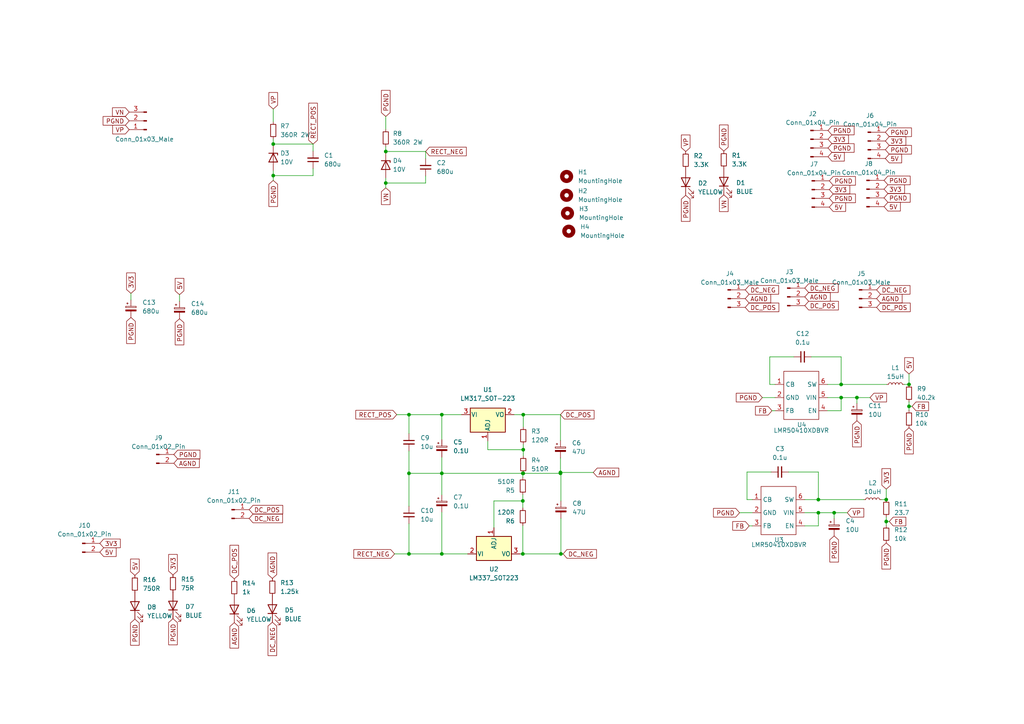
<source format=kicad_sch>
(kicad_sch (version 20230121) (generator eeschema)
  (paper "A4")
  (lib_symbols
    (symbol "Components:LMR50410"
      (property "Reference" "U" (at 0 0 0))
      (symbol "LMR50410_0_1"
        (rectangle (start -5.08 16.51) (end 5.08 2.54))
      )
      (symbol "LMR50410_1_1"
        (pin input line (at -7.62 12.7 0) (length 2.54) (name "CB") (number "1"))
        (pin input line (at -7.62 8.89 0) (length 2.54) (name "GND") (number "2"))
        (pin input line (at -7.62 5.08 0) (length 2.54) (name "FB") (number "3"))
        (pin input line (at 7.62 5.08 180) (length 2.54) (name "EN") (number "4"))
        (pin input line (at 7.62 8.89 180) (length 2.54) (name "VIN") (number "5"))
        (pin input line (at 7.62 12.7 180) (length 2.54) (name "SW") (number "6"))
      )
    )
    (symbol "Connector:Conn_01x02_Pin" (pin_names (offset 1.016) hide)
      (property "Reference" "J" (at 0 2.54 0))
      (property "Value" "Conn_01x02_Pin" (at 0 -5.08 0))
      (symbol "Conn_01x02_Pin_1_1"
        (polyline (pts (xy 1.27 -2.54) (xy 0.8636 -2.54)) (stroke (width 0.1524)))
        (polyline (pts (xy 1.27 0) (xy 0.8636 0)) (stroke (width 0.1524)))
        (rectangle (start 0.8636 -2.413) (end 0 -2.667) (stroke (width 0.1524)) (fill (type outline)))
        (rectangle (start 0.8636 0.127) (end 0 -0.127) (stroke (width 0.1524)) (fill (type outline)))
        (pin passive line (at 5.08 0 180) (length 3.81) (name "Pin_1") (number "1"))
        (pin passive line (at 5.08 -2.54 180) (length 3.81) (name "Pin_2") (number "2"))
      )
    )
    (symbol "Connector:Conn_01x03_Male" (pin_names (offset 1.016) hide)
      (property "Reference" "J" (at 0 5.08 0))
      (property "Value" "Conn_01x03_Male" (at 0 -5.08 0))
      (symbol "Conn_01x03_Male_1_1"
        (polyline (pts (xy 1.27 -2.54) (xy 0.8636 -2.54)) (stroke (width 0.1524)))
        (polyline (pts (xy 1.27 0) (xy 0.8636 0)) (stroke (width 0.1524)))
        (polyline (pts (xy 1.27 2.54) (xy 0.8636 2.54)) (stroke (width 0.1524)))
        (rectangle (start 0.8636 -2.413) (end 0 -2.667) (stroke (width 0.1524)) (fill (type outline)))
        (rectangle (start 0.8636 0.127) (end 0 -0.127) (stroke (width 0.1524)) (fill (type outline)))
        (rectangle (start 0.8636 2.667) (end 0 2.413) (stroke (width 0.1524)) (fill (type outline)))
        (pin passive line (at 5.08 2.54 180) (length 3.81) (name "Pin_1") (number "1"))
        (pin passive line (at 5.08 0 180) (length 3.81) (name "Pin_2") (number "2"))
        (pin passive line (at 5.08 -2.54 180) (length 3.81) (name "Pin_3") (number "3"))
      )
    )
    (symbol "Connector:Conn_01x04_Pin" (pin_names (offset 1.016) hide)
      (property "Reference" "J" (at 0 5.08 0))
      (property "Value" "Conn_01x04_Pin" (at 0 -7.62 0))
      (symbol "Conn_01x04_Pin_1_1"
        (polyline (pts (xy 1.27 -5.08) (xy 0.8636 -5.08)) (stroke (width 0.1524)))
        (polyline (pts (xy 1.27 -2.54) (xy 0.8636 -2.54)) (stroke (width 0.1524)))
        (polyline (pts (xy 1.27 0) (xy 0.8636 0)) (stroke (width 0.1524)))
        (polyline (pts (xy 1.27 2.54) (xy 0.8636 2.54)) (stroke (width 0.1524)))
        (rectangle (start 0.8636 -4.953) (end 0 -5.207) (stroke (width 0.1524)) (fill (type outline)))
        (rectangle (start 0.8636 -2.413) (end 0 -2.667) (stroke (width 0.1524)) (fill (type outline)))
        (rectangle (start 0.8636 0.127) (end 0 -0.127) (stroke (width 0.1524)) (fill (type outline)))
        (rectangle (start 0.8636 2.667) (end 0 2.413) (stroke (width 0.1524)) (fill (type outline)))
        (pin passive line (at 5.08 2.54 180) (length 3.81) (name "Pin_1") (number "1"))
        (pin passive line (at 5.08 0 180) (length 3.81) (name "Pin_2") (number "2"))
        (pin passive line (at 5.08 -2.54 180) (length 3.81) (name "Pin_3") (number "3"))
        (pin passive line (at 5.08 -5.08 180) (length 3.81) (name "Pin_4") (number "4"))
      )
    )
    (symbol "Device:C_Polarized_Small" (pin_numbers hide) (pin_names (offset 0.254) hide)
      (property "Reference" "C" (at 0.254 1.778 0))
      (property "Value" "C_Polarized_Small" (at 0.254 -2.032 0))
      (symbol "C_Polarized_Small_0_1"
        (rectangle (start -1.524 -0.3048) (end 1.524 -0.6858) (fill (type outline)))
        (rectangle (start -1.524 0.6858) (end 1.524 0.3048))
        (polyline (pts (xy -1.27 1.524) (xy -0.762 1.524)))
        (polyline (pts (xy -1.016 1.27) (xy -1.016 1.778)))
      )
      (symbol "C_Polarized_Small_1_1"
        (pin passive line (at 0 2.54 270) (length 1.8542) (name "~") (number "1"))
        (pin passive line (at 0 -2.54 90) (length 1.8542) (name "~") (number "2"))
      )
    )
    (symbol "Device:C_Small" (pin_numbers hide) (pin_names (offset 0.254) hide)
      (property "Reference" "C" (at 0.254 1.778 0))
      (property "Value" "C_Small" (at 0.254 -2.032 0))
      (symbol "C_Small_0_1"
        (polyline (pts (xy -1.524 -0.508) (xy 1.524 -0.508)) (stroke (width 0.3302)))
        (polyline (pts (xy -1.524 0.508) (xy 1.524 0.508)) (stroke (width 0.3048)))
      )
      (symbol "C_Small_1_1"
        (pin passive line (at 0 2.54 270) (length 2.032) (name "~") (number "1"))
        (pin passive line (at 0 -2.54 90) (length 2.032) (name "~") (number "2"))
      )
    )
    (symbol "Device:D_Zener" (pin_numbers hide) (pin_names (offset 1.016) hide)
      (property "Reference" "D" (at 0 2.54 0))
      (property "Value" "D_Zener" (at 0 -2.54 0))
      (symbol "D_Zener_0_1"
        (polyline (pts (xy 1.27 0) (xy -1.27 0)))
        (polyline (pts (xy -1.27 -1.27) (xy -1.27 1.27) (xy -0.762 1.27)) (stroke (width 0.254)))
        (polyline (pts (xy 1.27 -1.27) (xy 1.27 1.27) (xy -1.27 0) (xy 1.27 -1.27)) (stroke (width 0.254)))
      )
      (symbol "D_Zener_1_1"
        (pin passive line (at -3.81 0 0) (length 2.54) (name "K") (number "1"))
        (pin passive line (at 3.81 0 180) (length 2.54) (name "A") (number "2"))
      )
    )
    (symbol "Device:LED" (pin_numbers hide) (pin_names (offset 1.016) hide)
      (property "Reference" "D" (at 0 2.54 0))
      (property "Value" "LED" (at 0 -2.54 0))
      (symbol "LED_0_1"
        (polyline (pts (xy -1.27 -1.27) (xy -1.27 1.27)) (stroke (width 0.254)))
        (polyline (pts (xy -1.27 0) (xy 1.27 0)))
        (polyline (pts (xy 1.27 -1.27) (xy 1.27 1.27) (xy -1.27 0) (xy 1.27 -1.27)) (stroke (width 0.254)))
        (polyline (pts (xy -3.048 -0.762) (xy -4.572 -2.286) (xy -3.81 -2.286) (xy -4.572 -2.286) (xy -4.572 -1.524)))
        (polyline (pts (xy -1.778 -0.762) (xy -3.302 -2.286) (xy -2.54 -2.286) (xy -3.302 -2.286) (xy -3.302 -1.524)))
      )
      (symbol "LED_1_1"
        (pin passive line (at -3.81 0 0) (length 2.54) (name "K") (number "1"))
        (pin passive line (at 3.81 0 180) (length 2.54) (name "A") (number "2"))
      )
    )
    (symbol "Device:L_Small" (pin_numbers hide) (pin_names (offset 0.254) hide)
      (property "Reference" "L" (at 0.762 1.016 0))
      (property "Value" "L_Small" (at 0.762 -1.016 0))
      (symbol "L_Small_0_1"
        (arc (start 0 -2.032) (mid 0.5058 -1.524) (end 0 -1.016))
        (arc (start 0 -1.016) (mid 0.5058 -0.508) (end 0 0))
        (arc (start 0 0) (mid 0.5058 0.508) (end 0 1.016))
        (arc (start 0 1.016) (mid 0.5058 1.524) (end 0 2.032))
      )
      (symbol "L_Small_1_1"
        (pin passive line (at 0 2.54 270) (length 0.508) (name "~") (number "1"))
        (pin passive line (at 0 -2.54 90) (length 0.508) (name "~") (number "2"))
      )
    )
    (symbol "Device:R_Small" (pin_numbers hide) (pin_names (offset 0.254) hide)
      (property "Reference" "R" (at 0.762 0.508 0))
      (property "Value" "R_Small" (at 0.762 -1.016 0))
      (symbol "R_Small_0_1"
        (rectangle (start -0.762 1.778) (end 0.762 -1.778) (stroke (width 0.2032)))
      )
      (symbol "R_Small_1_1"
        (pin passive line (at 0 2.54 270) (length 0.762) (name "~") (number "1"))
        (pin passive line (at 0 -2.54 90) (length 0.762) (name "~") (number "2"))
      )
    )
    (symbol "Mechanical:MountingHole" (pin_names (offset 1.016))
      (property "Reference" "H" (at 0 5.08 0))
      (property "Value" "MountingHole" (at 0 3.175 0))
      (symbol "MountingHole_0_1"
        (circle (center 0 0) (radius 1.27) (stroke (width 1.27)))
      )
    )
    (symbol "Regulator_Linear:LM317_SOT-223" (pin_names (offset 0.254))
      (property "Reference" "U" (at -3.81 3.175 0))
      (property "Value" "LM317_SOT-223" (at 0 3.175 0))
      (symbol "LM317_SOT-223_0_1"
        (rectangle (start -5.08 1.905) (end 5.08 -5.08) (stroke (width 0.254)) (fill (type background)))
      )
      (symbol "LM317_SOT-223_1_1"
        (pin input line (at 0 -7.62 90) (length 2.54) (name "ADJ") (number "1"))
        (pin power_out line (at 7.62 0 180) (length 2.54) (name "VO") (number "2"))
        (pin power_in line (at -7.62 0 0) (length 2.54) (name "VI") (number "3"))
      )
    )
    (symbol "Regulator_Linear:LM337_SOT223" (pin_names (offset 0.254))
      (property "Reference" "U" (at -3.81 -3.175 0))
      (property "Value" "LM337_SOT223" (at 0 -3.175 0))
      (symbol "LM337_SOT223_0_1"
        (rectangle (start -5.08 5.08) (end 5.08 -1.905) (stroke (width 0.254)) (fill (type background)))
      )
      (symbol "LM337_SOT223_1_1"
        (pin input line (at 0 7.62 270) (length 2.54) (name "ADJ") (number "1"))
        (pin power_in line (at -7.62 0 0) (length 2.54) (name "VI") (number "2"))
        (pin power_out line (at 7.62 0 180) (length 2.54) (name "VO") (number "3"))
      )
    )
  )
  (junction (at 118.618 160.655))
  (junction (at 111.887 53.086))
  (junction (at 237.363 148.717))
  (junction (at 151.765 130.429))
  (junction (at 257.048 144.907))
  (junction (at 151.638 145.288))
  (junction (at 263.652 111.506))
  (junction (at 257.048 151.257))
  (junction (at 151.765 120.269))
  (junction (at 151.638 137.287))
  (junction (at 128.143 120.269))
  (junction (at 243.967 115.316))
  (junction (at 241.935 148.717))
  (junction (at 162.56 137.287))
  (junction (at 243.967 111.506))
  (junction (at 128.143 160.655))
  (junction (at 237.363 144.907))
  (junction (at 118.618 120.269))
  (junction (at 263.652 117.856))
  (junction (at 151.638 160.655))
  (junction (at 162.687 160.655))
  (junction (at 162.56 137.033))
  (junction (at 79.248 41.783))
  (junction (at 128.143 137.287))
  (junction (at 111.887 43.942))
  (junction (at 248.539 115.316))
  (junction (at 118.618 137.287))
  (junction (at 151.765 137.287))
  (junction (at 79.248 50.927))
  (wire (pts (xy 217.297 152.527) (xy 218.186 152.527)))
  (wire (pts (xy 216.662 144.907) (xy 218.186 144.907)))
  (wire (pts (xy 111.887 44.069) (xy 111.887 43.942)))
  (wire (pts (xy 79.248 35.306) (xy 79.248 31.623)))
  (wire (pts (xy 263.652 118.999) (xy 263.652 117.856)))
  (wire (pts (xy 118.618 137.287) (xy 128.143 137.287)))
  (wire (pts (xy 240.03 115.316) (xy 243.967 115.316)))
  (wire (pts (xy 118.618 146.812) (xy 118.618 137.287)))
  (wire (pts (xy 223.266 103.505) (xy 223.266 111.506)))
  (wire (pts (xy 151.765 130.429) (xy 151.765 132.207)))
  (wire (pts (xy 241.935 148.717) (xy 245.745 148.717)))
  (wire (pts (xy 151.765 128.905) (xy 151.765 130.429)))
  (wire (pts (xy 118.618 160.655) (xy 128.143 160.655)))
  (wire (pts (xy 230.251 103.505) (xy 223.266 103.505)))
  (wire (pts (xy 243.967 119.126) (xy 243.967 115.316)))
  (wire (pts (xy 243.967 115.316) (xy 248.539 115.316)))
  (wire (pts (xy 237.363 136.906) (xy 237.363 144.907)))
  (wire (pts (xy 79.248 49.53) (xy 79.248 50.927)))
  (wire (pts (xy 79.248 50.927) (xy 79.248 52.324)))
  (wire (pts (xy 263.652 117.856) (xy 263.652 116.586)))
  (wire (pts (xy 37.973 85.09) (xy 37.973 86.995)))
  (wire (pts (xy 248.539 115.316) (xy 252.349 115.316)))
  (wire (pts (xy 162.687 160.655) (xy 163.322 160.655)))
  (wire (pts (xy 240.03 111.506) (xy 243.967 111.506)))
  (wire (pts (xy 223.901 119.126) (xy 224.79 119.126)))
  (wire (pts (xy 237.363 152.527) (xy 237.363 148.717)))
  (wire (pts (xy 248.539 116.967) (xy 248.539 115.316)))
  (wire (pts (xy 162.687 160.655) (xy 162.687 150.368)))
  (wire (pts (xy 237.363 148.717) (xy 241.935 148.717)))
  (wire (pts (xy 241.935 150.368) (xy 241.935 148.717)))
  (wire (pts (xy 151.638 152.4) (xy 151.638 160.655)))
  (wire (pts (xy 240.03 119.126) (xy 243.967 119.126)))
  (wire (pts (xy 79.248 41.91) (xy 79.248 41.783)))
  (wire (pts (xy 263.652 108.458) (xy 263.652 111.506)))
  (wire (pts (xy 233.426 152.527) (xy 237.363 152.527)))
  (wire (pts (xy 257.048 151.257) (xy 257.048 149.987)))
  (wire (pts (xy 128.143 160.655) (xy 135.636 160.655)))
  (wire (pts (xy 257.048 152.4) (xy 257.048 151.257)))
  (wire (pts (xy 162.56 127.762) (xy 162.56 120.269)))
  (wire (pts (xy 216.662 136.906) (xy 216.662 144.907)))
  (wire (pts (xy 141.478 127.889) (xy 141.478 130.429)))
  (wire (pts (xy 128.143 120.269) (xy 133.858 120.269)))
  (wire (pts (xy 118.618 151.892) (xy 118.618 160.655)))
  (wire (pts (xy 118.618 130.81) (xy 118.618 137.287)))
  (wire (pts (xy 143.256 145.288) (xy 151.638 145.288)))
  (wire (pts (xy 123.444 53.086) (xy 111.887 53.086)))
  (wire (pts (xy 128.143 127.508) (xy 128.143 120.269)))
  (wire (pts (xy 90.805 48.895) (xy 90.805 50.927)))
  (wire (pts (xy 162.56 132.842) (xy 162.56 137.033)))
  (wire (pts (xy 79.248 40.386) (xy 79.248 41.783)))
  (wire (pts (xy 111.887 53.086) (xy 111.887 54.483)))
  (wire (pts (xy 143.256 153.035) (xy 143.256 145.288)))
  (wire (pts (xy 151.765 137.287) (xy 162.56 137.287)))
  (wire (pts (xy 128.143 137.287) (xy 128.143 132.588)))
  (wire (pts (xy 151.765 120.269) (xy 151.765 123.825)))
  (wire (pts (xy 128.143 148.59) (xy 128.143 160.655)))
  (wire (pts (xy 90.805 41.783) (xy 79.248 41.783)))
  (wire (pts (xy 151.765 120.269) (xy 162.56 120.269)))
  (wire (pts (xy 111.887 42.545) (xy 111.887 43.942)))
  (wire (pts (xy 151.638 147.32) (xy 151.638 145.288)))
  (wire (pts (xy 151.638 160.655) (xy 162.687 160.655)))
  (wire (pts (xy 223.266 111.506) (xy 224.79 111.506)))
  (wire (pts (xy 223.647 136.906) (xy 216.662 136.906)))
  (wire (pts (xy 243.967 111.506) (xy 257.175 111.506)))
  (wire (pts (xy 243.967 103.505) (xy 243.967 111.506)))
  (wire (pts (xy 151.638 145.288) (xy 151.638 143.51)))
  (wire (pts (xy 115.062 120.269) (xy 118.618 120.269)))
  (wire (pts (xy 149.098 120.269) (xy 151.765 120.269)))
  (wire (pts (xy 221.107 115.316) (xy 224.79 115.316)))
  (wire (pts (xy 151.638 160.655) (xy 150.876 160.655)))
  (wire (pts (xy 162.56 137.033) (xy 162.56 137.287)))
  (wire (pts (xy 162.687 145.288) (xy 162.687 137.287)))
  (wire (pts (xy 257.048 141.859) (xy 257.048 144.907)))
  (wire (pts (xy 162.56 137.287) (xy 162.687 137.287)))
  (wire (pts (xy 123.444 45.974) (xy 123.444 43.942)))
  (wire (pts (xy 111.887 37.465) (xy 111.887 33.782)))
  (wire (pts (xy 118.618 125.73) (xy 118.618 120.269)))
  (wire (pts (xy 264.541 117.856) (xy 263.652 117.856)))
  (wire (pts (xy 123.444 51.054) (xy 123.444 53.086)))
  (wire (pts (xy 233.426 144.907) (xy 237.363 144.907)))
  (wire (pts (xy 214.503 148.717) (xy 218.186 148.717)))
  (wire (pts (xy 118.618 120.269) (xy 128.143 120.269)))
  (wire (pts (xy 257.048 144.907) (xy 255.651 144.907)))
  (wire (pts (xy 151.638 137.287) (xy 151.765 137.287)))
  (wire (pts (xy 141.478 130.429) (xy 151.765 130.429)))
  (wire (pts (xy 90.805 43.815) (xy 90.805 41.783)))
  (wire (pts (xy 263.652 111.506) (xy 262.255 111.506)))
  (wire (pts (xy 123.444 43.942) (xy 111.887 43.942)))
  (wire (pts (xy 235.331 103.505) (xy 243.967 103.505)))
  (wire (pts (xy 233.426 148.717) (xy 237.363 148.717)))
  (wire (pts (xy 228.727 136.906) (xy 237.363 136.906)))
  (wire (pts (xy 257.937 151.257) (xy 257.048 151.257)))
  (wire (pts (xy 237.363 144.907) (xy 250.571 144.907)))
  (wire (pts (xy 151.638 137.287) (xy 151.638 138.43)))
  (wire (pts (xy 111.887 51.689) (xy 111.887 53.086)))
  (wire (pts (xy 128.143 143.51) (xy 128.143 137.287)))
  (wire (pts (xy 128.143 137.287) (xy 151.638 137.287)))
  (wire (pts (xy 114.427 160.655) (xy 118.618 160.655)))
  (wire (pts (xy 172.085 137.033) (xy 162.56 137.033)))
  (wire (pts (xy 52.07 85.471) (xy 52.07 87.376)))
  (wire (pts (xy 90.805 50.927) (xy 79.248 50.927)))
  (global_label "DC_NEG" (shape input) (at 72.263 150.368 0) (property "Intersheetrefs" "${INTERSHEET_REFS}" (effects hide)))
  (global_label "PGND" (shape input) (at 240.157 37.846 0) (property "Intersheetrefs" "${INTERSHEET_REFS}" (effects hide)))
  (global_label "PGND" (shape input) (at 50.419 131.826 0) (property "Intersheetrefs" "${INTERSHEET_REFS}" (effects hide)))
  (global_label "RECT_NEG" (shape input) (at 123.444 43.942 0) (property "Intersheetrefs" "${INTERSHEET_REFS}" (effects hide)))
  (global_label "DC_NEG" (shape input) (at 78.994 180.467 270) (property "Intersheetrefs" "${INTERSHEET_REFS}" (effects hide)))
  (global_label "DC_NEG" (shape input) (at 254.254 84.074 0) (property "Intersheetrefs" "${INTERSHEET_REFS}" (effects hide)))
  (global_label "AGND" (shape input) (at 78.994 167.767 90) (property "Intersheetrefs" "${INTERSHEET_REFS}" (effects hide)))
  (global_label "AGND" (shape input) (at 233.426 86.106 0) (property "Intersheetrefs" "${INTERSHEET_REFS}" (effects hide)))
  (global_label "3V3" (shape input) (at 256.413 54.864 0) (property "Intersheetrefs" "${INTERSHEET_REFS}" (effects hide)))
  (global_label "VP" (shape input) (at 198.882 43.942 90) (property "Intersheetrefs" "${INTERSHEET_REFS}" (effects hide)))
  (global_label "VP" (shape input) (at 37.465 37.592 180) (property "Intersheetrefs" "${INTERSHEET_REFS}" (effects hide)))
  (global_label "VP" (shape input) (at 79.248 31.623 90) (property "Intersheetrefs" "${INTERSHEET_REFS}" (effects hide)))
  (global_label "RECT_NEG" (shape input) (at 114.427 160.655 180) (property "Intersheetrefs" "${INTERSHEET_REFS}" (effects hide)))
  (global_label "PGND" (shape input) (at 256.794 38.354 0) (property "Intersheetrefs" "${INTERSHEET_REFS}" (effects hide)))
  (global_label "PGND" (shape input) (at 111.887 33.782 90) (property "Intersheetrefs" "${INTERSHEET_REFS}" (effects hide)))
  (global_label "RECT_POS" (shape input) (at 115.062 120.269 180) (property "Intersheetrefs" "${INTERSHEET_REFS}" (effects hide)))
  (global_label "3V3" (shape input) (at 240.538 54.991 0) (property "Intersheetrefs" "${INTERSHEET_REFS}" (effects hide)))
  (global_label "FB" (shape input) (at 264.541 117.856 0) (property "Intersheetrefs" "${INTERSHEET_REFS}" (effects hide)))
  (global_label "5V" (shape input) (at 28.956 160.147 0) (property "Intersheetrefs" "${INTERSHEET_REFS}" (effects hide)))
  (global_label "3V3" (shape input) (at 257.048 141.859 90) (property "Intersheetrefs" "${INTERSHEET_REFS}" (effects hide)))
  (global_label "DC_NEG" (shape input) (at 233.426 83.566 0) (property "Intersheetrefs" "${INTERSHEET_REFS}" (effects hide)))
  (global_label "AGND" (shape input) (at 67.945 180.594 270) (property "Intersheetrefs" "${INTERSHEET_REFS}" (effects hide)))
  (global_label "PGND" (shape input) (at 240.538 57.531 0) (property "Intersheetrefs" "${INTERSHEET_REFS}" (effects hide)))
  (global_label "5V" (shape input) (at 256.413 59.944 0) (property "Intersheetrefs" "${INTERSHEET_REFS}" (effects hide)))
  (global_label "DC_POS" (shape input) (at 254.254 89.154 0) (property "Intersheetrefs" "${INTERSHEET_REFS}" (effects hide)))
  (global_label "PGND" (shape input) (at 39.116 179.578 270) (property "Intersheetrefs" "${INTERSHEET_REFS}" (effects hide)))
  (global_label "FB" (shape input) (at 217.297 152.527 180) (property "Intersheetrefs" "${INTERSHEET_REFS}" (effects hide)))
  (global_label "PGND" (shape input) (at 52.07 92.456 270) (property "Intersheetrefs" "${INTERSHEET_REFS}" (effects hide)))
  (global_label "PGND" (shape input) (at 257.048 157.48 270) (property "Intersheetrefs" "${INTERSHEET_REFS}" (effects hide)))
  (global_label "PGND" (shape input) (at 256.413 57.404 0) (property "Intersheetrefs" "${INTERSHEET_REFS}" (effects hide)))
  (global_label "3V3" (shape input) (at 37.973 85.09 90) (property "Intersheetrefs" "${INTERSHEET_REFS}" (effects hide)))
  (global_label "DC_POS" (shape input) (at 216.154 89.154 0) (property "Intersheetrefs" "${INTERSHEET_REFS}" (effects hide)))
  (global_label "AGND" (shape input) (at 216.154 86.614 0) (property "Intersheetrefs" "${INTERSHEET_REFS}" (effects hide)))
  (global_label "VN" (shape input) (at 111.887 54.483 270) (property "Intersheetrefs" "${INTERSHEET_REFS}" (effects hide)))
  (global_label "5V" (shape input) (at 39.116 166.878 90) (property "Intersheetrefs" "${INTERSHEET_REFS}" (effects hide)))
  (global_label "VP" (shape input) (at 245.745 148.717 0) (property "Intersheetrefs" "${INTERSHEET_REFS}" (effects hide)))
  (global_label "PGND" (shape input) (at 240.538 52.451 0) (property "Intersheetrefs" "${INTERSHEET_REFS}" (effects hide)))
  (global_label "3V3" (shape input) (at 256.794 40.894 0) (property "Intersheetrefs" "${INTERSHEET_REFS}" (effects hide)))
  (global_label "5V" (shape input) (at 256.794 45.974 0) (property "Intersheetrefs" "${INTERSHEET_REFS}" (effects hide)))
  (global_label "3V3" (shape input) (at 50.165 166.751 90) (property "Intersheetrefs" "${INTERSHEET_REFS}" (effects hide)))
  (global_label "VN" (shape input) (at 37.465 32.512 180) (property "Intersheetrefs" "${INTERSHEET_REFS}" (effects hide)))
  (global_label "5V" (shape input) (at 263.652 108.458 90) (property "Intersheetrefs" "${INTERSHEET_REFS}" (effects hide)))
  (global_label "PGND" (shape input) (at 221.107 115.316 180) (property "Intersheetrefs" "${INTERSHEET_REFS}" (effects hide)))
  (global_label "PGND" (shape input) (at 248.539 122.047 270) (property "Intersheetrefs" "${INTERSHEET_REFS}" (effects hide)))
  (global_label "PGND" (shape input) (at 256.794 43.434 0) (property "Intersheetrefs" "${INTERSHEET_REFS}" (effects hide)))
  (global_label "PGND" (shape input) (at 256.413 52.324 0) (property "Intersheetrefs" "${INTERSHEET_REFS}" (effects hide)))
  (global_label "PGND" (shape input) (at 79.248 52.324 270) (property "Intersheetrefs" "${INTERSHEET_REFS}" (effects hide)))
  (global_label "DC_POS" (shape input) (at 233.426 88.646 0) (property "Intersheetrefs" "${INTERSHEET_REFS}" (effects hide)))
  (global_label "VN" (shape input) (at 209.931 56.515 270) (property "Intersheetrefs" "${INTERSHEET_REFS}" (effects hide)))
  (global_label "DC_NEG" (shape input) (at 216.154 84.074 0) (property "Intersheetrefs" "${INTERSHEET_REFS}" (effects hide)))
  (global_label "DC_POS" (shape input) (at 162.56 120.269 0) (property "Intersheetrefs" "${INTERSHEET_REFS}" (effects hide)))
  (global_label "RECT_POS" (shape input) (at 90.805 41.783 90) (property "Intersheetrefs" "${INTERSHEET_REFS}" (effects hide)))
  (global_label "FB" (shape input) (at 223.901 119.126 180) (property "Intersheetrefs" "${INTERSHEET_REFS}" (effects hide)))
  (global_label "AGND" (shape input) (at 50.419 134.366 0) (property "Intersheetrefs" "${INTERSHEET_REFS}" (effects hide)))
  (global_label "VP" (shape input) (at 252.349 115.316 0) (property "Intersheetrefs" "${INTERSHEET_REFS}" (effects hide)))
  (global_label "FB" (shape input) (at 257.937 151.257 0) (property "Intersheetrefs" "${INTERSHEET_REFS}" (effects hide)))
  (global_label "3V3" (shape input) (at 240.157 40.386 0) (property "Intersheetrefs" "${INTERSHEET_REFS}" (effects hide)))
  (global_label "5V" (shape input) (at 240.538 60.071 0) (property "Intersheetrefs" "${INTERSHEET_REFS}" (effects hide)))
  (global_label "DC_NEG" (shape input) (at 163.322 160.655 0) (property "Intersheetrefs" "${INTERSHEET_REFS}" (effects hide)))
  (global_label "3V3" (shape input) (at 28.956 157.607 0) (property "Intersheetrefs" "${INTERSHEET_REFS}" (effects hide)))
  (global_label "PGND" (shape input) (at 214.503 148.717 180) (property "Intersheetrefs" "${INTERSHEET_REFS}" (effects hide)))
  (global_label "PGND" (shape input) (at 198.882 56.642 270) (property "Intersheetrefs" "${INTERSHEET_REFS}" (effects hide)))
  (global_label "PGND" (shape input) (at 37.973 92.075 270) (property "Intersheetrefs" "${INTERSHEET_REFS}" (effects hide)))
  (global_label "AGND" (shape input) (at 254.254 86.614 0) (property "Intersheetrefs" "${INTERSHEET_REFS}" (effects hide)))
  (global_label "DC_POS" (shape input) (at 67.945 167.894 90) (property "Intersheetrefs" "${INTERSHEET_REFS}" (effects hide)))
  (global_label "5V" (shape input) (at 52.07 85.471 90) (property "Intersheetrefs" "${INTERSHEET_REFS}" (effects hide)))
  (global_label "AGND" (shape input) (at 172.085 137.033 0) (property "Intersheetrefs" "${INTERSHEET_REFS}" (effects hide)))
  (global_label "PGND" (shape input) (at 241.935 155.448 270) (property "Intersheetrefs" "${INTERSHEET_REFS}" (effects hide)))
  (global_label "PGND" (shape input) (at 209.931 43.815 90) (property "Intersheetrefs" "${INTERSHEET_REFS}" (effects hide)))
  (global_label "PGND" (shape input) (at 263.652 124.079 270) (property "Intersheetrefs" "${INTERSHEET_REFS}" (effects hide)))
  (global_label "PGND" (shape input) (at 37.465 35.052 180) (property "Intersheetrefs" "${INTERSHEET_REFS}" (effects hide)))
  (global_label "DC_POS" (shape input) (at 72.263 147.828 0) (property "Intersheetrefs" "${INTERSHEET_REFS}" (effects hide)))
  (global_label "PGND" (shape input) (at 50.165 179.451 270) (property "Intersheetrefs" "${INTERSHEET_REFS}" (effects hide)))
  (global_label "PGND" (shape input) (at 240.157 42.926 0) (property "Intersheetrefs" "${INTERSHEET_REFS}" (effects hide)))
  (global_label "5V" (shape input) (at 240.157 45.466 0) (property "Intersheetrefs" "${INTERSHEET_REFS}" (effects hide)))
  (symbol (lib_id "Connector:Conn_01x02_Pin") (at 45.339 131.826 0) (unit 1)
    (property "Reference" "J9" (at 45.974 127 0))
    (property "Value" "Conn_01x02_Pin" (at 45.974 129.54 0))
    (property "Footprint" "Connector_JST:JST_XH_B2B-XH-A_1x02_P2.50mm_Vertical" (effects hide))
  )
  (symbol (lib_id "Connector:Conn_01x03_Male") (at 249.174 86.614 0) (unit 1)
    (property "Reference" "J5" (at 249.809 79.375 0))
    (property "Value" "Conn_01x03_Male" (at 249.809 81.915 0))
    (property "Footprint" "Connector_JST:JST_PH_B3B-PH-K_1x03_P2.00mm_Vertical" (effects hide))
  )
  (symbol (lib_id "Regulator_Linear:LM317_SOT-223") (at 141.478 120.269 0) (unit 1)
    (property "Reference" "U1" (at 141.478 113.03 0))
    (property "Value" "LM317_SOT-223" (at 141.478 115.57 0))
    (property "Footprint" "Package_TO_SOT_SMD:SOT-223-3_TabPin2" (effects hide))
    (property "Datasheet" "http://www.ti.com/lit/ds/symlink/lm317.pdf" (effects hide))
  )
  (symbol (lib_id "Mechanical:MountingHole") (at 164.338 51.181 0) (unit 1)
    (property "Reference" "H1" (at 167.64 49.9109 0) (effects (justify left)))
    (property "Value" "MountingHole" (at 167.64 52.4509 0) (effects (justify left)))
    (property "Footprint" "MountingHole:MountingHole_3.2mm_M3" (effects hide))
  )
  (symbol (lib_id "Device:R_Small") (at 198.882 46.482 0) (unit 1)
    (property "Reference" "R2" (at 201.168 45.2119 0) (effects (justify left)))
    (property "Value" "3.3K" (at 201.168 47.7519 0) (effects (justify left)))
    (property "Footprint" "Resistor_SMD:R_0603_1608Metric_Pad0.98x0.95mm_HandSolder" (effects hide))
  )
  (symbol (lib_id "Device:LED") (at 50.165 175.641 90) (unit 1)
    (property "Reference" "D7" (at 53.721 175.9584 90) (effects (justify right)))
    (property "Value" "BLUE" (at 53.721 178.4984 90) (effects (justify right)))
    (property "Footprint" "LED_SMD:LED_0805_2012Metric_Pad1.15x1.40mm_HandSolder" (effects hide))
  )
  (symbol (lib_id "Device:LED") (at 39.116 175.768 90) (unit 1)
    (property "Reference" "D8" (at 42.672 176.0854 90) (effects (justify right)))
    (property "Value" "YELLOW" (at 42.672 178.6254 90) (effects (justify right)))
    (property "Footprint" "LED_SMD:LED_0805_2012Metric_Pad1.15x1.40mm_HandSolder" (effects hide))
  )
  (symbol (lib_id "Device:R_Small") (at 257.048 147.447 0) (unit 1)
    (property "Reference" "R11" (at 259.334 146.1769 0) (effects (justify left)))
    (property "Value" "23.7" (at 259.334 148.7169 0) (effects (justify left)))
    (property "Footprint" "Resistor_SMD:R_0603_1608Metric_Pad0.98x0.95mm_HandSolder" (effects hide))
  )
  (symbol (lib_id "Device:C_Polarized_Small") (at 128.143 130.048 0) (unit 1)
    (property "Reference" "C5" (at 131.445 128.2318 0) (effects (justify left)))
    (property "Value" "0.1U" (at 131.445 130.7718 0) (effects (justify left)))
    (property "Footprint" "Capacitor_SMD:C_0603_1608Metric_Pad1.08x0.95mm_HandSolder" (effects hide))
  )
  (symbol (lib_id "Device:C_Polarized_Small") (at 162.56 130.302 0) (unit 1)
    (property "Reference" "C6" (at 165.862 128.4858 0) (effects (justify left)))
    (property "Value" "47U" (at 165.862 131.0258 0) (effects (justify left)))
    (property "Footprint" "Capacitor_SMD:C_1206_3216Metric_Pad1.33x1.80mm_HandSolder" (effects hide))
  )
  (symbol (lib_id "Components:LMR50410") (at 232.41 124.206 0) (unit 1)
    (property "Reference" "U4" (at 232.537 123.19 0))
    (property "Value" "LMR50410XDBVR" (at 232.41 124.841 0))
    (property "Footprint" "Package_TO_SOT_SMD:SOT-23-6_Handsoldering" (effects hide))
  )
  (symbol (lib_id "Device:R_Small") (at 78.994 170.307 0) (unit 1)
    (property "Reference" "R13" (at 81.28 169.0369 0) (effects (justify left)))
    (property "Value" "1.25k" (at 81.28 171.5769 0) (effects (justify left)))
    (property "Footprint" "Resistor_SMD:R_0603_1608Metric_Pad0.98x0.95mm_HandSolder" (effects hide))
  )
  (symbol (lib_id "Device:R_Small") (at 151.765 126.365 0) (unit 1)
    (property "Reference" "R3" (at 154.051 125.0949 0) (effects (justify left)))
    (property "Value" "120R" (at 154.051 127.6349 0) (effects (justify left)))
    (property "Footprint" "Resistor_SMD:R_0603_1608Metric_Pad0.98x0.95mm_HandSolder" (effects hide))
  )
  (symbol (lib_id "Device:C_Polarized_Small") (at 128.143 146.05 0) (unit 1)
    (property "Reference" "C7" (at 131.445 144.2338 0) (effects (justify left)))
    (property "Value" "0.1U" (at 131.445 146.7738 0) (effects (justify left)))
    (property "Footprint" "Capacitor_SMD:C_0603_1608Metric_Pad1.08x0.95mm_HandSolder" (effects hide))
  )
  (symbol (lib_id "Regulator_Linear:LM337_SOT223") (at 143.256 160.655 0) (unit 1)
    (property "Reference" "U2" (at 143.256 165.1 0))
    (property "Value" "LM337_SOT223" (at 143.256 167.64 0))
    (property "Footprint" "Package_TO_SOT_SMD:SOT-223-3_TabPin2" (effects hide))
    (property "Datasheet" "http://www.ti.com/lit/ds/symlink/lm337-n.pdf" (effects hide))
  )
  (symbol (lib_id "Mechanical:MountingHole") (at 164.338 56.642 0) (unit 1)
    (property "Reference" "H2" (at 167.64 55.3719 0) (effects (justify left)))
    (property "Value" "MountingHole" (at 167.64 57.9119 0) (effects (justify left)))
    (property "Footprint" "MountingHole:MountingHole_3.2mm_M3" (effects hide))
  )
  (symbol (lib_id "Device:D_Zener") (at 111.887 47.879 270) (unit 1)
    (property "Reference" "D4" (at 113.919 46.609 90) (effects (justify left)))
    (property "Value" "10V" (at 113.919 49.149 90) (effects (justify left)))
    (property "Footprint" "Diode_THT:D_DO-41_SOD81_P10.16mm_Horizontal" (effects hide))
  )
  (symbol (lib_id "Device:R_Small") (at 151.638 140.97 180) (unit 1)
    (property "Reference" "R5" (at 149.352 142.2401 0) (effects (justify left)))
    (property "Value" "510R" (at 149.352 139.7001 0) (effects (justify left)))
    (property "Footprint" "Resistor_SMD:R_0603_1608Metric_Pad0.98x0.95mm_HandSolder" (effects hide))
  )
  (symbol (lib_id "Device:LED") (at 67.945 176.784 90) (unit 1)
    (property "Reference" "D6" (at 71.501 177.1014 90) (effects (justify right)))
    (property "Value" "YELLOW" (at 71.501 179.6414 90) (effects (justify right)))
    (property "Footprint" "LED_SMD:LED_0805_2012Metric_Pad1.15x1.40mm_HandSolder" (effects hide))
  )
  (symbol (lib_id "Device:R_Small") (at 50.165 169.291 0) (unit 1)
    (property "Reference" "R15" (at 52.451 168.0209 0) (effects (justify left)))
    (property "Value" "75R" (at 52.451 170.5609 0) (effects (justify left)))
    (property "Footprint" "Resistor_SMD:R_0603_1608Metric_Pad0.98x0.95mm_HandSolder" (effects hide))
  )
  (symbol (lib_id "Device:C_Polarized_Small") (at 162.687 147.828 0) (unit 1)
    (property "Reference" "C8" (at 165.989 146.0118 0) (effects (justify left)))
    (property "Value" "47U" (at 165.989 148.5518 0) (effects (justify left)))
    (property "Footprint" "Capacitor_SMD:C_1206_3216Metric_Pad1.33x1.80mm_HandSolder" (effects hide))
  )
  (symbol (lib_id "Device:C_Small") (at 123.444 48.514 180) (unit 1)
    (property "Reference" "C2" (at 126.619 47.2376 0) (effects (justify right)))
    (property "Value" "680u" (at 126.619 49.7776 0) (effects (justify right)))
    (property "Footprint" "Capacitor_THT:CP_Radial_D8.0mm_P5.00mm" (effects hide))
  )
  (symbol (lib_id "Device:R_Small") (at 111.887 40.005 180) (unit 1)
    (property "Reference" "R8" (at 113.919 38.735 0) (effects (justify right)))
    (property "Value" "360R 2W" (at 113.919 41.275 0) (effects (justify right)))
    (property "Footprint" "Resistor_THT:R_Axial_DIN0411_L9.9mm_D3.6mm_P15.24mm_Horizontal" (effects hide))
  )
  (symbol (lib_id "Connector:Conn_01x03_Male") (at 211.074 86.614 0) (unit 1)
    (property "Reference" "J4" (at 211.709 79.375 0))
    (property "Value" "Conn_01x03_Male" (at 211.709 81.915 0))
    (property "Footprint" "Connector_JST:JST_PH_B3B-PH-K_1x03_P2.00mm_Vertical" (effects hide))
  )
  (symbol (lib_id "Components:LMR50410") (at 225.806 157.607 0) (unit 1)
    (property "Reference" "U3" (at 225.933 156.591 0))
    (property "Value" "LMR50410XDBVR" (at 225.933 157.988 0))
    (property "Footprint" "Package_TO_SOT_SMD:SOT-23-6_Handsoldering" (effects hide))
  )
  (symbol (lib_id "Connector:Conn_01x04_Pin") (at 235.458 54.991 0) (unit 1)
    (property "Reference" "J7" (at 236.093 47.625 0))
    (property "Value" "Conn_01x04_Pin" (at 236.093 50.165 0))
    (property "Footprint" "Connector_JST:JST_XH_B4B-XH-A_1x04_P2.50mm_Vertical" (effects hide))
  )
  (symbol (lib_id "Device:C_Polarized_Small") (at 37.973 89.535 0) (unit 1)
    (property "Reference" "C13" (at 41.275 87.7188 0) (effects (justify left)))
    (property "Value" "680u" (at 41.275 90.2588 0) (effects (justify left)))
    (property "Footprint" "Capacitor_THT:CP_Radial_D8.0mm_P5.00mm" (effects hide))
  )
  (symbol (lib_id "Device:C_Small") (at 226.187 136.906 90) (unit 1)
    (property "Reference" "C3" (at 226.1933 130.175 90))
    (property "Value" "0.1u" (at 226.1933 132.715 90))
    (property "Footprint" "Capacitor_SMD:C_0805_2012Metric_Pad1.18x1.45mm_HandSolder" (effects hide))
  )
  (symbol (lib_id "Device:LED") (at 209.931 52.705 90) (unit 1)
    (property "Reference" "D1" (at 213.487 53.0224 90) (effects (justify right)))
    (property "Value" "BLUE" (at 213.487 55.5624 90) (effects (justify right)))
    (property "Footprint" "LED_SMD:LED_0805_2012Metric_Pad1.15x1.40mm_HandSolder" (effects hide))
  )
  (symbol (lib_id "Device:C_Polarized_Small") (at 52.07 89.916 0) (unit 1)
    (property "Reference" "C14" (at 55.372 88.0998 0) (effects (justify left)))
    (property "Value" "680u" (at 55.372 90.6398 0) (effects (justify left)))
    (property "Footprint" "Capacitor_THT:CP_Radial_D8.0mm_P5.00mm" (effects hide))
  )
  (symbol (lib_id "Device:C_Small") (at 118.618 128.27 0) (unit 1)
    (property "Reference" "C9" (at 121.92 127.0063 0) (effects (justify left)))
    (property "Value" "10u" (at 121.92 129.5463 0) (effects (justify left)))
    (property "Footprint" "Capacitor_SMD:C_1206_3216Metric_Pad1.33x1.80mm_HandSolder" (effects hide))
  )
  (symbol (lib_id "Device:R_Small") (at 263.652 121.539 0) (unit 1)
    (property "Reference" "R10" (at 265.43 120.269 0) (effects (justify left)))
    (property "Value" "10k" (at 265.43 122.809 0) (effects (justify left)))
    (property "Footprint" "Resistor_SMD:R_0603_1608Metric_Pad0.98x0.95mm_HandSolder" (effects hide))
  )
  (symbol (lib_id "Connector:Conn_01x04_Pin") (at 235.077 40.386 0) (unit 1)
    (property "Reference" "J2" (at 235.712 33.02 0))
    (property "Value" "Conn_01x04_Pin" (at 235.712 35.56 0))
    (property "Footprint" "Connector_JST:JST_XH_B4B-XH-A_1x04_P2.50mm_Vertical" (effects hide))
  )
  (symbol (lib_id "Device:R_Small") (at 263.652 114.046 0) (unit 1)
    (property "Reference" "R9" (at 265.938 112.7759 0) (effects (justify left)))
    (property "Value" "40.2k" (at 265.938 115.3159 0) (effects (justify left)))
    (property "Footprint" "Resistor_SMD:R_0603_1608Metric_Pad0.98x0.95mm_HandSolder" (effects hide))
  )
  (symbol (lib_id "Device:R_Small") (at 39.116 169.418 0) (unit 1)
    (property "Reference" "R16" (at 41.402 168.1479 0) (effects (justify left)))
    (property "Value" "750R" (at 41.402 170.6879 0) (effects (justify left)))
    (property "Footprint" "Resistor_SMD:R_0603_1608Metric_Pad0.98x0.95mm_HandSolder" (effects hide))
  )
  (symbol (lib_id "Device:R_Small") (at 151.638 149.86 180) (unit 1)
    (property "Reference" "R6" (at 149.352 151.1301 0) (effects (justify left)))
    (property "Value" "120R" (at 149.352 148.5901 0) (effects (justify left)))
    (property "Footprint" "Resistor_SMD:R_0603_1608Metric_Pad0.98x0.95mm_HandSolder" (effects hide))
  )
  (symbol (lib_id "Device:R_Small") (at 79.248 37.846 180) (unit 1)
    (property "Reference" "R7" (at 81.28 36.576 0) (effects (justify right)))
    (property "Value" "360R 2W" (at 81.28 39.116 0) (effects (justify right)))
    (property "Footprint" "Resistor_THT:R_Axial_DIN0411_L9.9mm_D3.6mm_P15.24mm_Horizontal" (effects hide))
  )
  (symbol (lib_id "Device:C_Small") (at 90.805 46.355 180) (unit 1)
    (property "Reference" "C1" (at 93.98 45.0786 0) (effects (justify right)))
    (property "Value" "680u" (at 93.98 47.6186 0) (effects (justify right)))
    (property "Footprint" "Capacitor_THT:CP_Radial_D8.0mm_P5.00mm" (effects hide))
  )
  (symbol (lib_id "Connector:Conn_01x04_Pin") (at 251.714 40.894 0) (unit 1)
    (property "Reference" "J6" (at 252.349 33.528 0))
    (property "Value" "Conn_01x04_Pin" (at 252.349 36.068 0))
    (property "Footprint" "Connector_JST:JST_XH_B4B-XH-A_1x04_P2.50mm_Vertical" (effects hide))
  )
  (symbol (lib_id "Device:LED") (at 78.994 176.657 90) (unit 1)
    (property "Reference" "D5" (at 82.55 176.9744 90) (effects (justify right)))
    (property "Value" "BLUE" (at 82.55 179.5144 90) (effects (justify right)))
    (property "Footprint" "LED_SMD:LED_0805_2012Metric_Pad1.15x1.40mm_HandSolder" (effects hide))
  )
  (symbol (lib_id "Connector:Conn_01x03_Male") (at 42.545 35.052 180) (unit 1)
    (property "Reference" "J1" (effects hide))
    (property "Value" "Conn_01x03_Male" (at 41.91 40.386 0))
    (property "Footprint" "Connector_JST:JST_VH_B3P-VH_1x03_P3.96mm_Vertical" (effects hide))
  )
  (symbol (lib_id "Device:C_Small") (at 232.791 103.505 90) (unit 1)
    (property "Reference" "C12" (at 232.7973 96.774 90))
    (property "Value" "0.1u" (at 232.7973 99.314 90))
    (property "Footprint" "Capacitor_SMD:C_0805_2012Metric_Pad1.18x1.45mm_HandSolder" (effects hide))
  )
  (symbol (lib_id "Device:C_Polarized_Small") (at 248.539 119.507 0) (unit 1)
    (property "Reference" "C11" (at 251.841 117.6908 0) (effects (justify left)))
    (property "Value" "10U" (at 251.841 120.2308 0) (effects (justify left)))
    (property "Footprint" "Capacitor_SMD:C_1206_3216Metric_Pad1.33x1.80mm_HandSolder" (effects hide))
  )
  (symbol (lib_id "Device:R_Small") (at 209.931 46.355 0) (unit 1)
    (property "Reference" "R1" (at 212.217 45.0849 0) (effects (justify left)))
    (property "Value" "3.3K" (at 212.217 47.6249 0) (effects (justify left)))
    (property "Footprint" "Resistor_SMD:R_0603_1608Metric_Pad0.98x0.95mm_HandSolder" (effects hide))
  )
  (symbol (lib_id "Device:L_Small") (at 259.715 111.506 90) (unit 1)
    (property "Reference" "L1" (at 259.715 106.68 90))
    (property "Value" "15uH" (at 259.715 109.22 90))
    (property "Footprint" "Inductor_SMD:L_Taiyo-Yuden_NR-60xx_HandSoldering" (effects hide))
  )
  (symbol (lib_id "Connector:Conn_01x03_Male") (at 228.346 86.106 0) (unit 1)
    (property "Reference" "J3" (at 228.981 78.867 0))
    (property "Value" "Conn_01x03_Male" (at 228.981 81.407 0))
    (property "Footprint" "Connector_JST:JST_PH_B3B-PH-K_1x03_P2.00mm_Vertical" (effects hide))
  )
  (symbol (lib_id "Connector:Conn_01x02_Pin") (at 67.183 147.828 0) (unit 1)
    (property "Reference" "J11" (at 67.818 142.621 0))
    (property "Value" "Conn_01x02_Pin" (at 67.818 145.161 0))
    (property "Footprint" "Connector_PinHeader_2.54mm:PinHeader_1x02_P2.54mm_Vertical" (effects hide))
  )
  (symbol (lib_id "Device:R_Small") (at 67.945 170.434 0) (unit 1)
    (property "Reference" "R14" (at 70.231 169.1639 0) (effects (justify left)))
    (property "Value" "1k" (at 70.231 171.7039 0) (effects (justify left)))
    (property "Footprint" "Resistor_SMD:R_0603_1608Metric_Pad0.98x0.95mm_HandSolder" (effects hide))
  )
  (symbol (lib_id "Device:L_Small") (at 253.111 144.907 90) (unit 1)
    (property "Reference" "L2" (at 253.111 140.081 90))
    (property "Value" "10uH" (at 253.111 142.621 90))
    (property "Footprint" "Inductor_SMD:L_Taiyo-Yuden_NR-60xx_HandSoldering" (effects hide))
  )
  (symbol (lib_id "Device:D_Zener") (at 79.248 45.72 270) (unit 1)
    (property "Reference" "D3" (at 81.28 44.45 90) (effects (justify left)))
    (property "Value" "10V" (at 81.28 46.99 90) (effects (justify left)))
    (property "Footprint" "Diode_THT:D_DO-41_SOD81_P10.16mm_Horizontal" (effects hide))
  )
  (symbol (lib_id "Mechanical:MountingHole") (at 164.973 67.056 0) (unit 1)
    (property "Reference" "H4" (at 168.275 65.7859 0) (effects (justify left)))
    (property "Value" "MountingHole" (at 168.275 68.3259 0) (effects (justify left)))
    (property "Footprint" "MountingHole:MountingHole_3.2mm_M3" (effects hide))
  )
  (symbol (lib_id "Device:C_Small") (at 118.618 149.352 0) (unit 1)
    (property "Reference" "C10" (at 121.92 148.0883 0) (effects (justify left)))
    (property "Value" "10u" (at 121.92 150.6283 0) (effects (justify left)))
    (property "Footprint" "Capacitor_SMD:C_1206_3216Metric_Pad1.33x1.80mm_HandSolder" (effects hide))
  )
  (symbol (lib_id "Connector:Conn_01x04_Pin") (at 251.333 54.864 0) (unit 1)
    (property "Reference" "J8" (at 251.968 47.498 0))
    (property "Value" "Conn_01x04_Pin" (at 251.968 50.038 0))
    (property "Footprint" "Connector_JST:JST_XH_B4B-XH-A_1x04_P2.50mm_Vertical" (effects hide))
  )
  (symbol (lib_id "Device:R_Small") (at 151.765 134.747 0) (unit 1)
    (property "Reference" "R4" (at 154.051 133.4769 0) (effects (justify left)))
    (property "Value" "510R" (at 154.051 136.0169 0) (effects (justify left)))
    (property "Footprint" "Resistor_SMD:R_0603_1608Metric_Pad0.98x0.95mm_HandSolder" (effects hide))
  )
  (symbol (lib_id "Device:C_Polarized_Small") (at 241.935 152.908 0) (unit 1)
    (property "Reference" "C4" (at 245.237 151.0918 0) (effects (justify left)))
    (property "Value" "10U" (at 245.237 153.6318 0) (effects (justify left)))
    (property "Footprint" "Capacitor_SMD:C_1206_3216Metric_Pad1.33x1.80mm_HandSolder" (effects hide))
  )
  (symbol (lib_id "Device:R_Small") (at 257.048 154.94 0) (unit 1)
    (property "Reference" "R12" (at 259.334 153.6699 0) (effects (justify left)))
    (property "Value" "10k" (at 259.334 156.2099 0) (effects (justify left)))
    (property "Footprint" "Resistor_SMD:R_0603_1608Metric_Pad0.98x0.95mm_HandSolder" (effects hide))
  )
  (symbol (lib_id "Mechanical:MountingHole") (at 164.592 61.849 0) (unit 1)
    (property "Reference" "H3" (at 167.894 60.5789 0) (effects (justify left)))
    (property "Value" "MountingHole" (at 167.894 63.1189 0) (effects (justify left)))
    (property "Footprint" "MountingHole:MountingHole_3.2mm_M3" (effects hide))
  )
  (symbol (lib_id "Device:LED") (at 198.882 52.832 90) (unit 1)
    (property "Reference" "D2" (at 202.438 53.1494 90) (effects (justify right)))
    (property "Value" "YELLOW" (at 202.438 55.6894 90) (effects (justify right)))
    (property "Footprint" "LED_SMD:LED_0805_2012Metric_Pad1.15x1.40mm_HandSolder" (effects hide))
  )
  (symbol (lib_id "Connector:Conn_01x02_Pin") (at 23.876 157.607 0) (unit 1)
    (property "Reference" "J10" (at 24.511 152.4 0))
    (property "Value" "Conn_01x02_Pin" (at 24.511 154.94 0))
    (property "Footprint" "Connector_PinHeader_2.54mm:PinHeader_1x02_P2.54mm_Vertical" (effects hide))
  )
)
</source>
